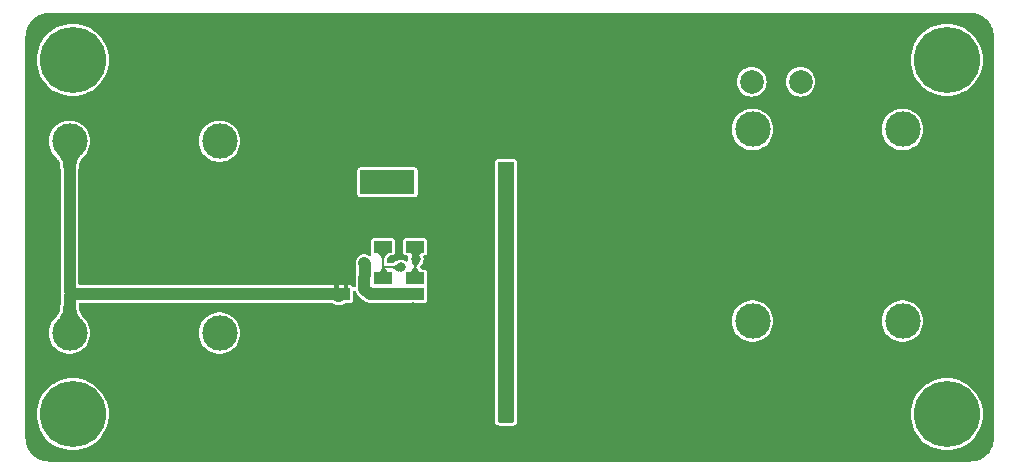
<source format=gbl>
G04 #@! TF.GenerationSoftware,KiCad,Pcbnew,7.0.2*
G04 #@! TF.CreationDate,2023-11-21T13:08:24+01:00*
G04 #@! TF.ProjectId,ZDG_ELEKTRONIKA_D-class_AMP,5a44475f-454c-4454-9b54-524f4e494b41,rev?*
G04 #@! TF.SameCoordinates,Original*
G04 #@! TF.FileFunction,Copper,L2,Bot*
G04 #@! TF.FilePolarity,Positive*
%FSLAX46Y46*%
G04 Gerber Fmt 4.6, Leading zero omitted, Abs format (unit mm)*
G04 Created by KiCad (PCBNEW 7.0.2) date 2023-11-21 13:08:24*
%MOMM*%
%LPD*%
G01*
G04 APERTURE LIST*
G04 #@! TA.AperFunction,ComponentPad*
%ADD10C,5.600000*%
G04 #@! TD*
G04 #@! TA.AperFunction,ComponentPad*
%ADD11R,4.600000X2.000000*%
G04 #@! TD*
G04 #@! TA.AperFunction,ComponentPad*
%ADD12O,4.200000X2.000000*%
G04 #@! TD*
G04 #@! TA.AperFunction,ComponentPad*
%ADD13O,2.000000X4.200000*%
G04 #@! TD*
G04 #@! TA.AperFunction,ComponentPad*
%ADD14C,3.000000*%
G04 #@! TD*
G04 #@! TA.AperFunction,ComponentPad*
%ADD15C,2.000000*%
G04 #@! TD*
G04 #@! TA.AperFunction,SMDPad,CuDef*
%ADD16R,1.500000X1.000000*%
G04 #@! TD*
G04 #@! TA.AperFunction,ViaPad*
%ADD17C,0.800000*%
G04 #@! TD*
G04 #@! TA.AperFunction,Conductor*
%ADD18C,1.000000*%
G04 #@! TD*
G04 #@! TA.AperFunction,Conductor*
%ADD19C,0.200000*%
G04 #@! TD*
G04 APERTURE END LIST*
G04 #@! TA.AperFunction,EtchedComponent*
G36*
X26550000Y-23400000D02*
G01*
X26150000Y-23400000D01*
X26150000Y-22900000D01*
X26550000Y-22900000D01*
X26550000Y-23400000D01*
G37*
G04 #@! TD.AperFunction*
G04 #@! TA.AperFunction,EtchedComponent*
G36*
X27350000Y-23400000D02*
G01*
X26950000Y-23400000D01*
X26950000Y-22900000D01*
X27350000Y-22900000D01*
X27350000Y-23400000D01*
G37*
G04 #@! TD.AperFunction*
D10*
X78000000Y-34000000D03*
D11*
X30650000Y-14350000D03*
D12*
X30650000Y-8050000D03*
D13*
X25850000Y-11450000D03*
D14*
X74265000Y-9885000D03*
X74265000Y-26115000D03*
X61565000Y-9885000D03*
X61565000Y-26115000D03*
D15*
X61500000Y-5850000D03*
D10*
X78000000Y-4000000D03*
X4000000Y-4000000D03*
D14*
X3735000Y-27115000D03*
X3735000Y-10885000D03*
X16435000Y-27115000D03*
X16435000Y-10885000D03*
D15*
X65625000Y-5850000D03*
D10*
X4000000Y-34000000D03*
D16*
X33000000Y-22500000D03*
X33000000Y-23800000D03*
X33000000Y-18500000D03*
X33000000Y-19800000D03*
X30250000Y-22500000D03*
X30250000Y-23800000D03*
X26750000Y-23800000D03*
X26750000Y-22500000D03*
X30250000Y-18500000D03*
X30250000Y-19800000D03*
D17*
X40750000Y-33750000D03*
X40750000Y-32500000D03*
X40750000Y-30000000D03*
X40750000Y-14750000D03*
X40750000Y-16000000D03*
X40750000Y-13500000D03*
X40750000Y-28750000D03*
X40750000Y-17250000D03*
X40750000Y-18500000D03*
X40750000Y-31250000D03*
X32800000Y-24900000D03*
X28750000Y-21250000D03*
X26500000Y-24000000D03*
X33050000Y-20850000D03*
X31800000Y-21550000D03*
D18*
X29150000Y-23800000D02*
X28700000Y-23350000D01*
X28700000Y-23350000D02*
X28750000Y-21250000D01*
X33000000Y-23800000D02*
X30250000Y-23800000D01*
X28750000Y-21250000D02*
X28700000Y-21200000D01*
X30250000Y-23800000D02*
X29150000Y-23800000D01*
X3950000Y-23800000D02*
X3735000Y-23585000D01*
X26300000Y-23800000D02*
X3950000Y-23800000D01*
X3735000Y-24015000D02*
X3950000Y-23800000D01*
X26550000Y-24000000D02*
X26500000Y-24000000D01*
X26750000Y-23800000D02*
X26550000Y-24000000D01*
X26500000Y-24000000D02*
X26300000Y-23800000D01*
X3735000Y-27115000D02*
X3735000Y-24015000D01*
X3735000Y-23585000D02*
X3735000Y-10885000D01*
D19*
X33000000Y-22500000D02*
X33000000Y-20900000D01*
X33050000Y-20850000D02*
X33050000Y-19850000D01*
X33050000Y-19850000D02*
X33000000Y-19800000D01*
X33000000Y-20900000D02*
X33050000Y-20850000D01*
X31800000Y-21550000D02*
X30350000Y-21550000D01*
X30350000Y-21550000D02*
X30250000Y-21450000D01*
X30250000Y-21450000D02*
X30250000Y-19800000D01*
X30350000Y-21550000D02*
X30250000Y-21650000D01*
X30250000Y-21650000D02*
X30250000Y-22500000D01*
G04 #@! TA.AperFunction,Conductor*
G36*
X80004043Y-765D02*
G01*
X80083817Y-5993D01*
X80261572Y-18707D01*
X80276905Y-20772D01*
X80389432Y-43155D01*
X80530263Y-73791D01*
X80543693Y-77519D01*
X80657788Y-116249D01*
X80661105Y-117431D01*
X80701667Y-132560D01*
X80788802Y-165061D01*
X80800300Y-170024D01*
X80910687Y-224461D01*
X80915186Y-226798D01*
X81029023Y-288957D01*
X81032478Y-290844D01*
X81041942Y-296574D01*
X81145269Y-365615D01*
X81150685Y-369448D01*
X81256727Y-448830D01*
X81264145Y-454844D01*
X81357976Y-537131D01*
X81363898Y-542678D01*
X81457320Y-636100D01*
X81462867Y-642022D01*
X81545150Y-735848D01*
X81551174Y-743278D01*
X81588298Y-792870D01*
X81630548Y-849310D01*
X81634383Y-854729D01*
X81703424Y-958056D01*
X81709154Y-967520D01*
X81773183Y-1084779D01*
X81775564Y-1089363D01*
X81829969Y-1199687D01*
X81834937Y-1211196D01*
X81882559Y-1338873D01*
X81883776Y-1342289D01*
X81917553Y-1441792D01*
X81922469Y-1456273D01*
X81926215Y-1469772D01*
X81956847Y-1610580D01*
X81979228Y-1723099D01*
X81981290Y-1738421D01*
X81994013Y-1916296D01*
X81996278Y-1950845D01*
X81999235Y-1995956D01*
X81999500Y-2004051D01*
X81999500Y-35995946D01*
X81999234Y-36004057D01*
X81994013Y-36083702D01*
X81981291Y-36261568D01*
X81979225Y-36276909D01*
X81956847Y-36389419D01*
X81926215Y-36530234D01*
X81922472Y-36543717D01*
X81883798Y-36657649D01*
X81882559Y-36661125D01*
X81834937Y-36788802D01*
X81829969Y-36800311D01*
X81775564Y-36910635D01*
X81773183Y-36915219D01*
X81709154Y-37032478D01*
X81703424Y-37041942D01*
X81634383Y-37145269D01*
X81630548Y-37150688D01*
X81551181Y-37256711D01*
X81545142Y-37264160D01*
X81462867Y-37357976D01*
X81457320Y-37363898D01*
X81363898Y-37457320D01*
X81357976Y-37462867D01*
X81264160Y-37545142D01*
X81256711Y-37551181D01*
X81150688Y-37630548D01*
X81145269Y-37634383D01*
X81041942Y-37703424D01*
X81032478Y-37709154D01*
X80915219Y-37773183D01*
X80910635Y-37775564D01*
X80800311Y-37829969D01*
X80788802Y-37834937D01*
X80661125Y-37882559D01*
X80657668Y-37883790D01*
X80624725Y-37894973D01*
X80543725Y-37922469D01*
X80530226Y-37926215D01*
X80389419Y-37956847D01*
X80276899Y-37979228D01*
X80261577Y-37981290D01*
X80083703Y-37994013D01*
X80046123Y-37996476D01*
X80004029Y-37999235D01*
X79995948Y-37999500D01*
X2004053Y-37999500D01*
X1995942Y-37999234D01*
X1916297Y-37994013D01*
X1738431Y-37981291D01*
X1723089Y-37979225D01*
X1610580Y-37956847D01*
X1559321Y-37945696D01*
X1469755Y-37926212D01*
X1456281Y-37922472D01*
X1342289Y-37883776D01*
X1338873Y-37882559D01*
X1211196Y-37834937D01*
X1199687Y-37829969D01*
X1134947Y-37798043D01*
X1089348Y-37775556D01*
X1084779Y-37773183D01*
X967520Y-37709154D01*
X958056Y-37703424D01*
X854729Y-37634383D01*
X849310Y-37630548D01*
X792870Y-37588298D01*
X743278Y-37551174D01*
X735848Y-37545150D01*
X642022Y-37462867D01*
X636100Y-37457320D01*
X542678Y-37363898D01*
X537131Y-37357976D01*
X505450Y-37321851D01*
X454844Y-37264145D01*
X448830Y-37256727D01*
X369450Y-37150688D01*
X365615Y-37145269D01*
X296574Y-37041942D01*
X290844Y-37032478D01*
X288957Y-37029023D01*
X226798Y-36915186D01*
X224461Y-36910687D01*
X170024Y-36800300D01*
X165061Y-36788802D01*
X117439Y-36661125D01*
X116249Y-36657786D01*
X77523Y-36543706D01*
X73783Y-36530225D01*
X43152Y-36389420D01*
X20767Y-36276880D01*
X18708Y-36261576D01*
X5993Y-36083817D01*
X765Y-36004041D01*
X500Y-35995935D01*
X500Y-34000000D01*
X944693Y-34000000D01*
X963904Y-34342086D01*
X964483Y-34345496D01*
X964485Y-34345510D01*
X1020712Y-34676436D01*
X1020714Y-34676445D01*
X1021296Y-34679870D01*
X1022257Y-34683207D01*
X1022259Y-34683214D01*
X1115183Y-35005760D01*
X1115186Y-35005769D01*
X1116147Y-35009104D01*
X1117476Y-35012312D01*
X1117479Y-35012321D01*
X1245932Y-35322433D01*
X1247264Y-35325648D01*
X1248946Y-35328691D01*
X1411319Y-35622484D01*
X1411323Y-35622490D01*
X1412998Y-35625521D01*
X1611265Y-35904953D01*
X1613579Y-35907543D01*
X1613582Y-35907546D01*
X1696204Y-36000000D01*
X1839572Y-36160428D01*
X2095047Y-36388735D01*
X2374479Y-36587002D01*
X2674352Y-36752736D01*
X2990896Y-36883853D01*
X3320130Y-36978704D01*
X3657914Y-37036096D01*
X4000000Y-37055307D01*
X4342086Y-37036096D01*
X4679870Y-36978704D01*
X5009104Y-36883853D01*
X5325648Y-36752736D01*
X5625521Y-36587002D01*
X5904953Y-36388735D01*
X6160428Y-36160428D01*
X6388735Y-35904953D01*
X6587002Y-35625521D01*
X6752736Y-35325648D01*
X6883853Y-35009104D01*
X6978704Y-34679870D01*
X6996352Y-34576000D01*
X39744500Y-34576000D01*
X39750339Y-34630313D01*
X39751044Y-34633556D01*
X39751045Y-34633559D01*
X39761195Y-34680218D01*
X39761200Y-34680239D01*
X39761545Y-34681824D01*
X39761975Y-34683394D01*
X39761977Y-34683399D01*
X39768782Y-34708200D01*
X39818109Y-34794825D01*
X39818112Y-34794828D01*
X39863867Y-34847632D01*
X39896641Y-34879257D01*
X39984976Y-34925465D01*
X40052015Y-34945150D01*
X40124000Y-34955500D01*
X41222690Y-34955500D01*
X41226000Y-34955500D01*
X41280313Y-34949661D01*
X41331824Y-34938455D01*
X41358198Y-34931219D01*
X41422907Y-34894370D01*
X41444825Y-34881890D01*
X41444825Y-34881889D01*
X41444828Y-34881888D01*
X41497632Y-34836133D01*
X41529257Y-34803359D01*
X41575465Y-34715024D01*
X41595150Y-34647985D01*
X41605500Y-34576000D01*
X41605500Y-34000000D01*
X74944693Y-34000000D01*
X74963904Y-34342086D01*
X74964483Y-34345496D01*
X74964485Y-34345510D01*
X75020712Y-34676436D01*
X75020714Y-34676445D01*
X75021296Y-34679870D01*
X75022257Y-34683207D01*
X75022259Y-34683214D01*
X75115183Y-35005760D01*
X75115186Y-35005769D01*
X75116147Y-35009104D01*
X75117476Y-35012312D01*
X75117479Y-35012321D01*
X75245932Y-35322433D01*
X75247264Y-35325648D01*
X75248946Y-35328691D01*
X75411319Y-35622484D01*
X75411323Y-35622490D01*
X75412998Y-35625521D01*
X75611265Y-35904953D01*
X75613579Y-35907543D01*
X75613582Y-35907546D01*
X75696204Y-36000000D01*
X75839572Y-36160428D01*
X76095047Y-36388735D01*
X76374479Y-36587002D01*
X76674352Y-36752736D01*
X76990896Y-36883853D01*
X77320130Y-36978704D01*
X77657914Y-37036096D01*
X78000000Y-37055307D01*
X78342086Y-37036096D01*
X78679870Y-36978704D01*
X79009104Y-36883853D01*
X79325648Y-36752736D01*
X79625521Y-36587002D01*
X79904953Y-36388735D01*
X80160428Y-36160428D01*
X80388735Y-35904953D01*
X80587002Y-35625521D01*
X80752736Y-35325648D01*
X80883853Y-35009104D01*
X80978704Y-34679870D01*
X81036096Y-34342086D01*
X81055307Y-34000000D01*
X81036096Y-33657914D01*
X80978704Y-33320130D01*
X80883853Y-32990896D01*
X80752736Y-32674352D01*
X80587002Y-32374479D01*
X80388735Y-32095047D01*
X80160428Y-31839572D01*
X79904953Y-31611265D01*
X79625521Y-31412998D01*
X79622490Y-31411323D01*
X79622484Y-31411319D01*
X79328691Y-31248946D01*
X79325648Y-31247264D01*
X79322437Y-31245934D01*
X79322433Y-31245932D01*
X79012321Y-31117479D01*
X79012312Y-31117476D01*
X79009104Y-31116147D01*
X79005769Y-31115186D01*
X79005760Y-31115183D01*
X78683214Y-31022259D01*
X78683207Y-31022257D01*
X78679870Y-31021296D01*
X78676445Y-31020714D01*
X78676436Y-31020712D01*
X78345510Y-30964485D01*
X78345496Y-30964483D01*
X78342086Y-30963904D01*
X78338622Y-30963709D01*
X78338618Y-30963709D01*
X78003472Y-30944888D01*
X78000000Y-30944693D01*
X77996528Y-30944888D01*
X77661381Y-30963709D01*
X77661375Y-30963709D01*
X77657914Y-30963904D01*
X77654505Y-30964483D01*
X77654489Y-30964485D01*
X77323563Y-31020712D01*
X77323550Y-31020714D01*
X77320130Y-31021296D01*
X77316796Y-31022256D01*
X77316785Y-31022259D01*
X76994239Y-31115183D01*
X76994224Y-31115188D01*
X76990896Y-31116147D01*
X76987692Y-31117473D01*
X76987678Y-31117479D01*
X76677566Y-31245932D01*
X76677555Y-31245937D01*
X76674352Y-31247264D01*
X76671313Y-31248943D01*
X76671308Y-31248946D01*
X76377515Y-31411319D01*
X76377500Y-31411327D01*
X76374479Y-31412998D01*
X76371653Y-31415002D01*
X76371650Y-31415005D01*
X76097884Y-31609251D01*
X76097872Y-31609260D01*
X76095047Y-31611265D01*
X76092464Y-31613572D01*
X76092453Y-31613582D01*
X75842157Y-31837261D01*
X75842148Y-31837269D01*
X75839572Y-31839572D01*
X75837269Y-31842148D01*
X75837261Y-31842157D01*
X75613582Y-32092453D01*
X75613572Y-32092464D01*
X75611265Y-32095047D01*
X75609260Y-32097872D01*
X75609251Y-32097884D01*
X75415005Y-32371650D01*
X75412998Y-32374479D01*
X75411327Y-32377500D01*
X75411319Y-32377515D01*
X75248946Y-32671308D01*
X75247264Y-32674352D01*
X75245937Y-32677555D01*
X75245932Y-32677566D01*
X75117479Y-32987678D01*
X75117473Y-32987692D01*
X75116147Y-32990896D01*
X75115188Y-32994224D01*
X75115183Y-32994239D01*
X75022259Y-33316785D01*
X75022256Y-33316796D01*
X75021296Y-33320130D01*
X75020714Y-33323550D01*
X75020712Y-33323563D01*
X74964485Y-33654489D01*
X74964483Y-33654505D01*
X74963904Y-33657914D01*
X74944693Y-34000000D01*
X41605500Y-34000000D01*
X41605500Y-26114999D01*
X59809591Y-26114999D01*
X59829197Y-26376627D01*
X59887580Y-26632418D01*
X59974298Y-26853370D01*
X59983432Y-26876643D01*
X60114614Y-27103857D01*
X60278195Y-27308981D01*
X60278197Y-27308983D01*
X60278198Y-27308984D01*
X60470514Y-27487428D01*
X60470520Y-27487432D01*
X60470521Y-27487433D01*
X60687296Y-27635228D01*
X60923677Y-27749063D01*
X61174385Y-27826396D01*
X61433818Y-27865500D01*
X61696182Y-27865500D01*
X61955615Y-27826396D01*
X62206323Y-27749063D01*
X62442704Y-27635228D01*
X62659479Y-27487433D01*
X62659482Y-27487429D01*
X62659485Y-27487428D01*
X62744792Y-27408273D01*
X62851805Y-27308981D01*
X63015386Y-27103857D01*
X63146568Y-26876643D01*
X63242420Y-26632416D01*
X63300802Y-26376630D01*
X63320408Y-26115000D01*
X63320408Y-26114999D01*
X72509591Y-26114999D01*
X72529197Y-26376627D01*
X72587580Y-26632418D01*
X72674298Y-26853370D01*
X72683432Y-26876643D01*
X72814614Y-27103857D01*
X72978195Y-27308981D01*
X72978197Y-27308983D01*
X72978198Y-27308984D01*
X73170514Y-27487428D01*
X73170520Y-27487432D01*
X73170521Y-27487433D01*
X73387296Y-27635228D01*
X73623677Y-27749063D01*
X73874385Y-27826396D01*
X74133818Y-27865500D01*
X74396182Y-27865500D01*
X74655615Y-27826396D01*
X74906323Y-27749063D01*
X75142704Y-27635228D01*
X75359479Y-27487433D01*
X75359482Y-27487429D01*
X75359485Y-27487428D01*
X75444792Y-27408273D01*
X75551805Y-27308981D01*
X75715386Y-27103857D01*
X75846568Y-26876643D01*
X75942420Y-26632416D01*
X76000802Y-26376630D01*
X76020408Y-26115000D01*
X76000802Y-25853370D01*
X75942420Y-25597584D01*
X75941316Y-25594772D01*
X75846568Y-25353358D01*
X75846568Y-25353357D01*
X75715386Y-25126143D01*
X75551805Y-24921019D01*
X75551801Y-24921015D01*
X75359485Y-24742571D01*
X75274771Y-24684814D01*
X75142704Y-24594772D01*
X74906323Y-24480937D01*
X74655615Y-24403604D01*
X74396182Y-24364500D01*
X74133818Y-24364500D01*
X73874385Y-24403604D01*
X73623677Y-24480937D01*
X73411544Y-24583095D01*
X73387296Y-24594772D01*
X73332571Y-24632083D01*
X73170514Y-24742571D01*
X72978198Y-24921015D01*
X72814613Y-25126143D01*
X72683431Y-25353358D01*
X72587580Y-25597581D01*
X72529197Y-25853372D01*
X72509591Y-26114999D01*
X63320408Y-26114999D01*
X63300802Y-25853370D01*
X63242420Y-25597584D01*
X63241316Y-25594772D01*
X63146568Y-25353358D01*
X63146568Y-25353357D01*
X63015386Y-25126143D01*
X62851805Y-24921019D01*
X62851801Y-24921015D01*
X62659485Y-24742571D01*
X62574771Y-24684814D01*
X62442704Y-24594772D01*
X62206323Y-24480937D01*
X61955615Y-24403604D01*
X61696182Y-24364500D01*
X61433818Y-24364500D01*
X61174385Y-24403604D01*
X60923677Y-24480937D01*
X60711544Y-24583095D01*
X60687296Y-24594772D01*
X60632571Y-24632083D01*
X60470514Y-24742571D01*
X60278198Y-24921015D01*
X60114613Y-25126143D01*
X59983431Y-25353358D01*
X59887580Y-25597581D01*
X59829197Y-25853372D01*
X59809591Y-26114999D01*
X41605500Y-26114999D01*
X41605500Y-12724000D01*
X41599661Y-12669687D01*
X41588455Y-12618176D01*
X41581219Y-12591802D01*
X41568736Y-12569881D01*
X41531890Y-12505174D01*
X41487945Y-12454459D01*
X41487943Y-12454457D01*
X41486133Y-12452368D01*
X41453359Y-12420743D01*
X41365024Y-12374535D01*
X41345432Y-12368782D01*
X41297984Y-12354849D01*
X41226000Y-12344500D01*
X40124000Y-12344500D01*
X40120720Y-12344852D01*
X40120712Y-12344853D01*
X40072987Y-12349984D01*
X40072982Y-12349984D01*
X40069687Y-12350339D01*
X40066446Y-12351043D01*
X40066440Y-12351045D01*
X40019781Y-12361195D01*
X40019751Y-12361202D01*
X40018176Y-12361545D01*
X40016613Y-12361973D01*
X40016600Y-12361977D01*
X39999496Y-12366669D01*
X39991802Y-12368781D01*
X39991801Y-12368781D01*
X39991799Y-12368782D01*
X39905174Y-12418109D01*
X39854459Y-12462054D01*
X39854445Y-12462067D01*
X39852368Y-12463867D01*
X39833102Y-12483833D01*
X39820742Y-12496642D01*
X39774535Y-12584975D01*
X39754849Y-12652015D01*
X39745862Y-12714524D01*
X39744500Y-12724000D01*
X39744500Y-34576000D01*
X6996352Y-34576000D01*
X7036096Y-34342086D01*
X7055307Y-34000000D01*
X7036096Y-33657914D01*
X6978704Y-33320130D01*
X6883853Y-32990896D01*
X6752736Y-32674352D01*
X6587002Y-32374479D01*
X6388735Y-32095047D01*
X6160428Y-31839572D01*
X5904953Y-31611265D01*
X5625521Y-31412998D01*
X5622490Y-31411323D01*
X5622484Y-31411319D01*
X5328691Y-31248946D01*
X5325648Y-31247264D01*
X5322437Y-31245934D01*
X5322433Y-31245932D01*
X5012321Y-31117479D01*
X5012312Y-31117476D01*
X5009104Y-31116147D01*
X5005769Y-31115186D01*
X5005760Y-31115183D01*
X4683214Y-31022259D01*
X4683207Y-31022257D01*
X4679870Y-31021296D01*
X4676445Y-31020714D01*
X4676436Y-31020712D01*
X4345510Y-30964485D01*
X4345496Y-30964483D01*
X4342086Y-30963904D01*
X4338622Y-30963709D01*
X4338618Y-30963709D01*
X4003472Y-30944888D01*
X4000000Y-30944693D01*
X3996528Y-30944888D01*
X3661381Y-30963709D01*
X3661375Y-30963709D01*
X3657914Y-30963904D01*
X3654505Y-30964483D01*
X3654489Y-30964485D01*
X3323563Y-31020712D01*
X3323550Y-31020714D01*
X3320130Y-31021296D01*
X3316796Y-31022256D01*
X3316785Y-31022259D01*
X2994239Y-31115183D01*
X2994224Y-31115188D01*
X2990896Y-31116147D01*
X2987692Y-31117473D01*
X2987678Y-31117479D01*
X2677566Y-31245932D01*
X2677555Y-31245937D01*
X2674352Y-31247264D01*
X2671313Y-31248943D01*
X2671308Y-31248946D01*
X2377515Y-31411319D01*
X2377500Y-31411327D01*
X2374479Y-31412998D01*
X2371653Y-31415002D01*
X2371650Y-31415005D01*
X2097884Y-31609251D01*
X2097872Y-31609260D01*
X2095047Y-31611265D01*
X2092464Y-31613572D01*
X2092453Y-31613582D01*
X1842157Y-31837261D01*
X1842148Y-31837269D01*
X1839572Y-31839572D01*
X1837269Y-31842148D01*
X1837261Y-31842157D01*
X1613582Y-32092453D01*
X1613572Y-32092464D01*
X1611265Y-32095047D01*
X1609260Y-32097872D01*
X1609251Y-32097884D01*
X1415005Y-32371650D01*
X1412998Y-32374479D01*
X1411327Y-32377500D01*
X1411319Y-32377515D01*
X1248946Y-32671308D01*
X1247264Y-32674352D01*
X1245937Y-32677555D01*
X1245932Y-32677566D01*
X1117479Y-32987678D01*
X1117473Y-32987692D01*
X1116147Y-32990896D01*
X1115188Y-32994224D01*
X1115183Y-32994239D01*
X1022259Y-33316785D01*
X1022256Y-33316796D01*
X1021296Y-33320130D01*
X1020714Y-33323550D01*
X1020712Y-33323563D01*
X964485Y-33654489D01*
X964483Y-33654505D01*
X963904Y-33657914D01*
X944693Y-34000000D01*
X500Y-34000000D01*
X500Y-27114999D01*
X1979591Y-27114999D01*
X1999197Y-27376627D01*
X2057580Y-27632418D01*
X2153431Y-27876641D01*
X2153432Y-27876643D01*
X2284614Y-28103857D01*
X2448195Y-28308981D01*
X2448197Y-28308983D01*
X2448198Y-28308984D01*
X2640514Y-28487428D01*
X2640520Y-28487432D01*
X2640521Y-28487433D01*
X2857296Y-28635228D01*
X3093677Y-28749063D01*
X3344385Y-28826396D01*
X3603818Y-28865500D01*
X3866182Y-28865500D01*
X4125615Y-28826396D01*
X4376323Y-28749063D01*
X4612704Y-28635228D01*
X4829479Y-28487433D01*
X4829482Y-28487429D01*
X4829485Y-28487428D01*
X4914792Y-28408273D01*
X5021805Y-28308981D01*
X5185386Y-28103857D01*
X5316568Y-27876643D01*
X5412420Y-27632416D01*
X5470802Y-27376630D01*
X5490408Y-27115000D01*
X14679591Y-27115000D01*
X14699197Y-27376627D01*
X14757580Y-27632418D01*
X14853431Y-27876641D01*
X14853432Y-27876643D01*
X14984614Y-28103857D01*
X15148195Y-28308981D01*
X15148197Y-28308983D01*
X15148198Y-28308984D01*
X15340514Y-28487428D01*
X15340520Y-28487432D01*
X15340521Y-28487433D01*
X15557296Y-28635228D01*
X15793677Y-28749063D01*
X16044385Y-28826396D01*
X16303818Y-28865500D01*
X16566182Y-28865500D01*
X16825615Y-28826396D01*
X17076323Y-28749063D01*
X17312704Y-28635228D01*
X17529479Y-28487433D01*
X17529482Y-28487429D01*
X17529485Y-28487428D01*
X17614792Y-28408273D01*
X17721805Y-28308981D01*
X17885386Y-28103857D01*
X18016568Y-27876643D01*
X18112420Y-27632416D01*
X18170802Y-27376630D01*
X18190408Y-27115000D01*
X18170802Y-26853370D01*
X18112420Y-26597584D01*
X18016568Y-26353357D01*
X17885386Y-26126143D01*
X17721805Y-25921019D01*
X17721801Y-25921015D01*
X17529485Y-25742571D01*
X17507572Y-25727631D01*
X17312704Y-25594772D01*
X17076323Y-25480937D01*
X16825615Y-25403604D01*
X16566182Y-25364500D01*
X16303818Y-25364500D01*
X16044385Y-25403604D01*
X15793677Y-25480937D01*
X15557296Y-25594772D01*
X15553176Y-25597581D01*
X15340514Y-25742571D01*
X15148198Y-25921015D01*
X14984613Y-26126143D01*
X14853431Y-26353358D01*
X14757580Y-26597581D01*
X14699197Y-26853372D01*
X14679591Y-27115000D01*
X5490408Y-27115000D01*
X5470802Y-26853370D01*
X5412420Y-26597584D01*
X5316568Y-26353357D01*
X5185386Y-26126143D01*
X5021805Y-25921019D01*
X4948897Y-25853370D01*
X4822670Y-25736248D01*
X4822928Y-25735969D01*
X4813276Y-25727631D01*
X4789787Y-25702125D01*
X4776144Y-25684314D01*
X4676094Y-25525791D01*
X4665790Y-25505571D01*
X4581872Y-25295271D01*
X4575767Y-25275172D01*
X4516572Y-24997550D01*
X4514094Y-24979534D01*
X4499895Y-24755288D01*
X4495276Y-24682336D01*
X4510685Y-24614187D01*
X4560492Y-24565186D01*
X4619028Y-24550500D01*
X25943097Y-24550500D01*
X26010136Y-24570185D01*
X26019995Y-24577225D01*
X26024577Y-24580847D01*
X26027335Y-24583095D01*
X26085752Y-24632113D01*
X26102179Y-24642578D01*
X26171320Y-24674819D01*
X26174567Y-24676391D01*
X26242699Y-24710609D01*
X26261087Y-24717000D01*
X26262323Y-24717255D01*
X26262327Y-24717257D01*
X26335856Y-24732438D01*
X26339290Y-24733200D01*
X26385416Y-24744133D01*
X26413506Y-24750791D01*
X26432877Y-24752770D01*
X26434141Y-24752733D01*
X26434145Y-24752734D01*
X26487075Y-24751193D01*
X26508639Y-24752449D01*
X26528023Y-24755289D01*
X26574843Y-24751193D01*
X26577370Y-24750972D01*
X26588176Y-24750500D01*
X26590100Y-24750500D01*
X26593709Y-24750500D01*
X26624550Y-24746894D01*
X26628031Y-24746539D01*
X26702797Y-24739999D01*
X26702797Y-24739998D01*
X26704052Y-24739889D01*
X26723062Y-24735674D01*
X26724250Y-24735241D01*
X26724255Y-24735241D01*
X26794820Y-24709557D01*
X26798095Y-24708419D01*
X26869334Y-24684814D01*
X26869336Y-24684812D01*
X26870536Y-24684415D01*
X26888063Y-24675929D01*
X26889112Y-24675238D01*
X26889117Y-24675237D01*
X26951806Y-24634005D01*
X26954798Y-24632099D01*
X27018656Y-24592712D01*
X27018658Y-24592709D01*
X27019731Y-24592048D01*
X27037066Y-24577928D01*
X27047768Y-24570891D01*
X27114598Y-24550507D01*
X27115895Y-24550500D01*
X27524675Y-24550500D01*
X27549029Y-24545655D01*
X27597740Y-24535966D01*
X27680601Y-24480601D01*
X27735966Y-24397740D01*
X27750500Y-24324674D01*
X27750500Y-23638984D01*
X27770185Y-23571946D01*
X27822989Y-23526191D01*
X27892147Y-23516247D01*
X27955703Y-23545272D01*
X27992203Y-23599977D01*
X28015186Y-23669334D01*
X28015820Y-23671246D01*
X28062289Y-23745701D01*
X28108341Y-23820364D01*
X28170664Y-23882032D01*
X28574267Y-24285634D01*
X28586049Y-24299267D01*
X28600390Y-24318530D01*
X28638343Y-24350377D01*
X28646309Y-24357677D01*
X28647674Y-24359042D01*
X28647680Y-24359047D01*
X28650223Y-24361590D01*
X28653042Y-24363819D01*
X28653050Y-24363826D01*
X28674542Y-24380819D01*
X28677298Y-24383063D01*
X28734786Y-24431302D01*
X28734788Y-24431303D01*
X28735757Y-24432116D01*
X28752179Y-24442578D01*
X28821320Y-24474819D01*
X28824567Y-24476391D01*
X28892700Y-24510609D01*
X28911088Y-24517000D01*
X28912322Y-24517254D01*
X28912327Y-24517257D01*
X28985829Y-24532432D01*
X28989307Y-24533204D01*
X29036866Y-24544476D01*
X29063502Y-24550790D01*
X29082876Y-24552769D01*
X29084140Y-24552732D01*
X29084144Y-24552733D01*
X29159110Y-24550552D01*
X29162716Y-24550500D01*
X33774675Y-24550500D01*
X33799029Y-24545655D01*
X33847740Y-24535966D01*
X33930601Y-24480601D01*
X33985966Y-24397740D01*
X34000500Y-24324674D01*
X34000500Y-23275326D01*
X33994097Y-23243139D01*
X33981154Y-23178069D01*
X33984110Y-23177480D01*
X33976200Y-23152224D01*
X33984334Y-23122563D01*
X33981154Y-23121931D01*
X34000500Y-23024674D01*
X34000500Y-21975325D01*
X33985966Y-21902261D01*
X33985966Y-21902260D01*
X33930601Y-21819399D01*
X33847740Y-21764034D01*
X33847739Y-21764033D01*
X33847738Y-21764033D01*
X33774675Y-21749500D01*
X33774674Y-21749500D01*
X33644218Y-21749500D01*
X33577179Y-21729815D01*
X33556111Y-21712753D01*
X33535680Y-21692120D01*
X33526969Y-21682339D01*
X33469432Y-21610419D01*
X33463305Y-21602067D01*
X33442798Y-21571510D01*
X33421788Y-21504875D01*
X33440139Y-21437459D01*
X33449542Y-21424213D01*
X33531385Y-21323706D01*
X33545689Y-21304343D01*
X33546910Y-21302516D01*
X33559279Y-21281985D01*
X33617424Y-21174346D01*
X33624451Y-21162879D01*
X33630220Y-21154523D01*
X33632278Y-21149094D01*
X33638395Y-21135504D01*
X33638580Y-21135141D01*
X33638966Y-21134407D01*
X33644023Y-21124429D01*
X33644691Y-21123049D01*
X33644528Y-21123370D01*
X33645171Y-21121953D01*
X33649724Y-21111747D01*
X33651427Y-21103288D01*
X33657044Y-21083790D01*
X33686237Y-21006818D01*
X33705278Y-20850000D01*
X33686237Y-20693182D01*
X33686235Y-20693179D01*
X33685264Y-20685175D01*
X33696724Y-20616252D01*
X33743628Y-20564465D01*
X33784167Y-20548611D01*
X33847740Y-20535966D01*
X33930601Y-20480601D01*
X33985966Y-20397740D01*
X34000500Y-20324674D01*
X34000500Y-19275326D01*
X33985966Y-19202260D01*
X33930601Y-19119399D01*
X33847740Y-19064034D01*
X33847739Y-19064033D01*
X33847738Y-19064033D01*
X33774675Y-19049500D01*
X33774674Y-19049500D01*
X32225326Y-19049500D01*
X32225325Y-19049500D01*
X32152261Y-19064033D01*
X32069399Y-19119399D01*
X32014033Y-19202261D01*
X31999500Y-19275325D01*
X31999500Y-20324674D01*
X32014033Y-20397738D01*
X32014033Y-20397739D01*
X32014034Y-20397740D01*
X32069399Y-20480601D01*
X32152260Y-20535966D01*
X32188793Y-20543233D01*
X32225325Y-20550500D01*
X32225326Y-20550500D01*
X32291121Y-20550500D01*
X32358160Y-20570185D01*
X32403915Y-20622989D01*
X32414217Y-20689447D01*
X32413763Y-20693180D01*
X32413763Y-20693182D01*
X32413218Y-20697674D01*
X32394721Y-20850000D01*
X32403995Y-20926371D01*
X32392535Y-20995295D01*
X32345631Y-21047081D01*
X32278175Y-21065288D01*
X32211584Y-21044136D01*
X32198678Y-21034139D01*
X32172240Y-21010717D01*
X32051346Y-20947266D01*
X32032364Y-20937303D01*
X31878985Y-20899500D01*
X31721015Y-20899500D01*
X31644325Y-20918401D01*
X31567634Y-20937304D01*
X31548652Y-20947266D01*
X31524127Y-20956968D01*
X31520813Y-20957885D01*
X31446510Y-20995295D01*
X31374724Y-21031437D01*
X31374674Y-21031463D01*
X31372991Y-21032361D01*
X31360585Y-21039123D01*
X31358883Y-21040100D01*
X31359334Y-21039855D01*
X31357667Y-21040885D01*
X31345536Y-21048532D01*
X31343886Y-21049625D01*
X31241146Y-21118914D01*
X31238711Y-21120515D01*
X31184428Y-21155287D01*
X31159242Y-21167650D01*
X31130548Y-21177896D01*
X31099816Y-21184632D01*
X31001947Y-21193321D01*
X30988070Y-21194554D01*
X30985504Y-21195244D01*
X30953296Y-21199500D01*
X30724500Y-21199500D01*
X30657461Y-21179815D01*
X30611706Y-21127011D01*
X30600500Y-21075500D01*
X30600500Y-20910426D01*
X30617141Y-20848378D01*
X30621182Y-20841386D01*
X30644853Y-20800429D01*
X30649219Y-20793424D01*
X30713315Y-20697915D01*
X30719421Y-20689593D01*
X30776970Y-20617655D01*
X30785673Y-20607884D01*
X30806108Y-20587247D01*
X30867265Y-20553464D01*
X30894216Y-20550500D01*
X31024675Y-20550500D01*
X31057522Y-20543966D01*
X31097740Y-20535966D01*
X31180601Y-20480601D01*
X31235966Y-20397740D01*
X31250500Y-20324674D01*
X31250500Y-19275326D01*
X31235966Y-19202260D01*
X31180601Y-19119399D01*
X31097740Y-19064034D01*
X31097739Y-19064033D01*
X31097738Y-19064033D01*
X31024675Y-19049500D01*
X31024674Y-19049500D01*
X29475326Y-19049500D01*
X29475325Y-19049500D01*
X29402261Y-19064033D01*
X29319399Y-19119399D01*
X29264033Y-19202261D01*
X29249500Y-19275325D01*
X29249500Y-20324674D01*
X29268302Y-20419197D01*
X29262075Y-20488789D01*
X29219212Y-20543966D01*
X29153322Y-20567211D01*
X29094280Y-20555771D01*
X28937671Y-20482742D01*
X28765859Y-20447266D01*
X28765856Y-20447266D01*
X28634329Y-20451093D01*
X28590487Y-20452369D01*
X28421022Y-20497777D01*
X28266600Y-20581040D01*
X28135540Y-20697674D01*
X28034912Y-20841386D01*
X27970138Y-21004432D01*
X27966047Y-21032361D01*
X27946231Y-21167650D01*
X27944711Y-21178024D01*
X27960000Y-21352797D01*
X27987598Y-21436082D01*
X27993857Y-21478037D01*
X27954672Y-23123808D01*
X27933397Y-23190359D01*
X27879519Y-23234845D01*
X27810143Y-23243139D01*
X27747297Y-23212610D01*
X27727606Y-23189748D01*
X27680601Y-23119399D01*
X27597740Y-23064034D01*
X27597739Y-23064033D01*
X27597738Y-23064033D01*
X27524675Y-23049500D01*
X27524674Y-23049500D01*
X26813706Y-23049500D01*
X26795736Y-23048191D01*
X26781853Y-23046157D01*
X26771977Y-23044711D01*
X26771976Y-23044711D01*
X26722631Y-23049028D01*
X26711824Y-23049500D01*
X26389343Y-23049500D01*
X26367121Y-23047229D01*
X26290869Y-23049448D01*
X26287263Y-23049500D01*
X4609500Y-23049500D01*
X4542461Y-23029815D01*
X4496706Y-22977011D01*
X4485500Y-22925500D01*
X4485500Y-15374674D01*
X28099500Y-15374674D01*
X28114033Y-15447738D01*
X28114033Y-15447739D01*
X28114034Y-15447740D01*
X28169399Y-15530601D01*
X28252260Y-15585966D01*
X28288793Y-15593233D01*
X28325325Y-15600500D01*
X28325326Y-15600500D01*
X32974675Y-15600500D01*
X32999029Y-15595655D01*
X33047740Y-15585966D01*
X33130601Y-15530601D01*
X33185966Y-15447740D01*
X33200500Y-15374674D01*
X33200500Y-13325326D01*
X33185966Y-13252260D01*
X33130601Y-13169399D01*
X33047740Y-13114034D01*
X33047739Y-13114033D01*
X33047738Y-13114033D01*
X32974675Y-13099500D01*
X32974674Y-13099500D01*
X28325326Y-13099500D01*
X28325325Y-13099500D01*
X28252261Y-13114033D01*
X28169399Y-13169399D01*
X28114033Y-13252261D01*
X28099500Y-13325325D01*
X28099500Y-15374674D01*
X4485500Y-15374674D01*
X4485500Y-13425886D01*
X4489655Y-13394057D01*
X4489779Y-13393588D01*
X4490683Y-13390186D01*
X4514094Y-13020462D01*
X4516571Y-13002453D01*
X4575769Y-12724819D01*
X4581873Y-12704724D01*
X4665792Y-12494418D01*
X4676089Y-12474213D01*
X4776151Y-12315671D01*
X4789779Y-12297879D01*
X4813268Y-12272373D01*
X4822920Y-12264039D01*
X4822661Y-12263760D01*
X4930270Y-12163912D01*
X5021805Y-12078981D01*
X5185386Y-11873857D01*
X5316568Y-11646643D01*
X5412420Y-11402416D01*
X5470802Y-11146630D01*
X5490408Y-10885000D01*
X5490408Y-10884999D01*
X14679591Y-10884999D01*
X14699197Y-11146627D01*
X14757580Y-11402418D01*
X14853431Y-11646641D01*
X14853432Y-11646643D01*
X14984614Y-11873857D01*
X15148195Y-12078981D01*
X15148197Y-12078983D01*
X15148198Y-12078984D01*
X15340514Y-12257428D01*
X15340520Y-12257432D01*
X15340521Y-12257433D01*
X15557296Y-12405228D01*
X15793677Y-12519063D01*
X16044385Y-12596396D01*
X16303818Y-12635500D01*
X16566182Y-12635500D01*
X16825615Y-12596396D01*
X17076323Y-12519063D01*
X17312704Y-12405228D01*
X17529479Y-12257433D01*
X17529482Y-12257429D01*
X17529485Y-12257428D01*
X17614792Y-12178273D01*
X17721805Y-12078981D01*
X17885386Y-11873857D01*
X18016568Y-11646643D01*
X18112420Y-11402416D01*
X18170802Y-11146630D01*
X18190408Y-10885000D01*
X18170802Y-10623370D01*
X18112420Y-10367584D01*
X18016568Y-10123357D01*
X17885386Y-9896143D01*
X17876499Y-9884999D01*
X59809591Y-9884999D01*
X59829197Y-10146627D01*
X59887580Y-10402418D01*
X59974298Y-10623370D01*
X59983432Y-10646643D01*
X60114614Y-10873857D01*
X60278195Y-11078981D01*
X60278197Y-11078983D01*
X60278198Y-11078984D01*
X60470514Y-11257428D01*
X60470520Y-11257432D01*
X60470521Y-11257433D01*
X60687296Y-11405228D01*
X60923677Y-11519063D01*
X61174385Y-11596396D01*
X61433818Y-11635500D01*
X61696182Y-11635500D01*
X61955615Y-11596396D01*
X62206323Y-11519063D01*
X62442704Y-11405228D01*
X62659479Y-11257433D01*
X62659482Y-11257429D01*
X62659485Y-11257428D01*
X62744792Y-11178273D01*
X62851805Y-11078981D01*
X63015386Y-10873857D01*
X63146568Y-10646643D01*
X63242420Y-10402416D01*
X63300802Y-10146630D01*
X63320408Y-9885000D01*
X63320408Y-9884999D01*
X72509591Y-9884999D01*
X72529197Y-10146627D01*
X72587580Y-10402418D01*
X72674298Y-10623370D01*
X72683432Y-10646643D01*
X72814614Y-10873857D01*
X72978195Y-11078981D01*
X72978197Y-11078983D01*
X72978198Y-11078984D01*
X73170514Y-11257428D01*
X73170520Y-11257432D01*
X73170521Y-11257433D01*
X73387296Y-11405228D01*
X73623677Y-11519063D01*
X73874385Y-11596396D01*
X74133818Y-11635500D01*
X74396182Y-11635500D01*
X74655615Y-11596396D01*
X74906323Y-11519063D01*
X75142704Y-11405228D01*
X75359479Y-11257433D01*
X75359482Y-11257429D01*
X75359485Y-11257428D01*
X75444792Y-11178273D01*
X75551805Y-11078981D01*
X75715386Y-10873857D01*
X75846568Y-10646643D01*
X75942420Y-10402416D01*
X76000802Y-10146630D01*
X76020408Y-9885000D01*
X76000802Y-9623370D01*
X75942420Y-9367584D01*
X75941316Y-9364772D01*
X75846568Y-9123358D01*
X75846568Y-9123357D01*
X75715386Y-8896143D01*
X75551805Y-8691019D01*
X75551801Y-8691015D01*
X75359485Y-8512571D01*
X75342170Y-8500766D01*
X75142704Y-8364772D01*
X74906323Y-8250937D01*
X74655615Y-8173604D01*
X74396182Y-8134500D01*
X74133818Y-8134500D01*
X73874385Y-8173604D01*
X73623677Y-8250937D01*
X73387296Y-8364772D01*
X73317922Y-8412070D01*
X73170514Y-8512571D01*
X72978198Y-8691015D01*
X72814613Y-8896143D01*
X72683431Y-9123358D01*
X72587580Y-9367581D01*
X72529197Y-9623372D01*
X72509591Y-9884999D01*
X63320408Y-9884999D01*
X63300802Y-9623370D01*
X63242420Y-9367584D01*
X63241316Y-9364772D01*
X63146568Y-9123358D01*
X63146568Y-9123357D01*
X63015386Y-8896143D01*
X62851805Y-8691019D01*
X62851801Y-8691015D01*
X62659485Y-8512571D01*
X62642170Y-8500766D01*
X62442704Y-8364772D01*
X62206323Y-8250937D01*
X61955615Y-8173604D01*
X61696182Y-8134500D01*
X61433818Y-8134500D01*
X61174385Y-8173604D01*
X60923677Y-8250937D01*
X60687296Y-8364772D01*
X60617922Y-8412070D01*
X60470514Y-8512571D01*
X60278198Y-8691015D01*
X60114613Y-8896143D01*
X59983431Y-9123358D01*
X59887580Y-9367581D01*
X59829197Y-9623372D01*
X59809591Y-9884999D01*
X17876499Y-9884999D01*
X17721805Y-9691019D01*
X17721801Y-9691015D01*
X17529485Y-9512571D01*
X17512170Y-9500766D01*
X17312704Y-9364772D01*
X17076323Y-9250937D01*
X16825615Y-9173604D01*
X16566182Y-9134500D01*
X16303818Y-9134500D01*
X16044385Y-9173604D01*
X15793677Y-9250937D01*
X15557296Y-9364772D01*
X15553176Y-9367581D01*
X15340514Y-9512571D01*
X15148198Y-9691015D01*
X14984613Y-9896143D01*
X14853431Y-10123358D01*
X14757580Y-10367581D01*
X14699197Y-10623372D01*
X14679591Y-10884999D01*
X5490408Y-10884999D01*
X5470802Y-10623370D01*
X5412420Y-10367584D01*
X5316568Y-10123357D01*
X5185386Y-9896143D01*
X5021805Y-9691019D01*
X5021801Y-9691015D01*
X4829485Y-9512571D01*
X4812170Y-9500766D01*
X4612704Y-9364772D01*
X4376323Y-9250937D01*
X4125615Y-9173604D01*
X3866182Y-9134500D01*
X3603818Y-9134500D01*
X3344385Y-9173604D01*
X3093677Y-9250937D01*
X2857296Y-9364772D01*
X2853176Y-9367581D01*
X2640514Y-9512571D01*
X2448198Y-9691015D01*
X2284613Y-9896143D01*
X2153431Y-10123358D01*
X2057580Y-10367581D01*
X1999197Y-10623372D01*
X1979591Y-10885000D01*
X1999197Y-11146627D01*
X2057580Y-11402418D01*
X2153431Y-11646641D01*
X2284613Y-11873856D01*
X2448195Y-12078981D01*
X2647337Y-12263758D01*
X2647077Y-12264037D01*
X2656726Y-12272371D01*
X2680207Y-12297868D01*
X2693855Y-12315685D01*
X2712041Y-12344500D01*
X2793897Y-12474197D01*
X2804204Y-12494422D01*
X2888125Y-12704732D01*
X2894230Y-12724830D01*
X2953425Y-13002447D01*
X2955903Y-13020469D01*
X2979316Y-13390183D01*
X2980833Y-13396280D01*
X2984500Y-13426214D01*
X2984500Y-23521294D01*
X2983191Y-23539264D01*
X2979710Y-23563024D01*
X2984027Y-23612374D01*
X2984499Y-23623156D01*
X2984499Y-23625101D01*
X2984499Y-23625112D01*
X2984500Y-23628709D01*
X2984916Y-23632270D01*
X2984917Y-23632284D01*
X2988098Y-23659496D01*
X2988464Y-23663082D01*
X2995109Y-23739041D01*
X2999330Y-23758077D01*
X3001588Y-23764281D01*
X3006502Y-23831762D01*
X3002575Y-23850780D01*
X3001795Y-23854298D01*
X2984208Y-23928507D01*
X2982229Y-23947879D01*
X2984448Y-24024129D01*
X2984500Y-24027735D01*
X2984500Y-24574108D01*
X2980347Y-24605933D01*
X2979316Y-24609815D01*
X2955903Y-24979527D01*
X2953425Y-24997549D01*
X2894230Y-25275167D01*
X2888125Y-25295265D01*
X2804202Y-25505580D01*
X2793894Y-25525805D01*
X2693859Y-25684304D01*
X2680210Y-25702124D01*
X2656710Y-25727641D01*
X2647067Y-25735973D01*
X2647326Y-25736252D01*
X2448198Y-25921015D01*
X2284613Y-26126143D01*
X2153431Y-26353358D01*
X2057580Y-26597581D01*
X1999197Y-26853372D01*
X1979591Y-27114999D01*
X500Y-27114999D01*
X500Y-4000000D01*
X944693Y-4000000D01*
X963904Y-4342086D01*
X964483Y-4345496D01*
X964485Y-4345510D01*
X1020712Y-4676436D01*
X1020714Y-4676445D01*
X1021296Y-4679870D01*
X1022257Y-4683207D01*
X1022259Y-4683214D01*
X1115183Y-5005760D01*
X1115186Y-5005769D01*
X1116147Y-5009104D01*
X1117476Y-5012312D01*
X1117479Y-5012321D01*
X1130238Y-5043123D01*
X1247264Y-5325648D01*
X1248946Y-5328691D01*
X1411319Y-5622484D01*
X1411323Y-5622490D01*
X1412998Y-5625521D01*
X1611265Y-5904953D01*
X1613579Y-5907543D01*
X1613582Y-5907546D01*
X1837261Y-6157842D01*
X1839572Y-6160428D01*
X2095047Y-6388735D01*
X2374479Y-6587002D01*
X2674352Y-6752736D01*
X2990896Y-6883853D01*
X3320130Y-6978704D01*
X3657914Y-7036096D01*
X4000000Y-7055307D01*
X4342086Y-7036096D01*
X4679870Y-6978704D01*
X5009104Y-6883853D01*
X5325648Y-6752736D01*
X5625521Y-6587002D01*
X5904953Y-6388735D01*
X6160428Y-6160428D01*
X6388735Y-5904953D01*
X6427727Y-5849999D01*
X60244722Y-5849999D01*
X60263792Y-6067974D01*
X60263793Y-6067977D01*
X60320425Y-6279330D01*
X60412898Y-6477639D01*
X60538402Y-6656877D01*
X60693123Y-6811598D01*
X60872361Y-6937102D01*
X61070670Y-7029575D01*
X61282023Y-7086207D01*
X61500000Y-7105277D01*
X61717977Y-7086207D01*
X61929330Y-7029575D01*
X62127639Y-6937102D01*
X62306877Y-6811598D01*
X62461598Y-6656877D01*
X62587102Y-6477639D01*
X62679575Y-6279330D01*
X62736207Y-6067977D01*
X62755277Y-5850000D01*
X62755277Y-5849999D01*
X64369722Y-5849999D01*
X64388792Y-6067974D01*
X64388793Y-6067977D01*
X64445425Y-6279330D01*
X64537898Y-6477639D01*
X64663402Y-6656877D01*
X64818123Y-6811598D01*
X64997361Y-6937102D01*
X65195670Y-7029575D01*
X65407023Y-7086207D01*
X65625000Y-7105277D01*
X65842977Y-7086207D01*
X66054330Y-7029575D01*
X66252639Y-6937102D01*
X66431877Y-6811598D01*
X66586598Y-6656877D01*
X66712102Y-6477639D01*
X66804575Y-6279330D01*
X66861207Y-6067977D01*
X66880277Y-5850000D01*
X66861207Y-5632023D01*
X66804575Y-5420670D01*
X66712102Y-5222362D01*
X66586598Y-5043123D01*
X66431877Y-4888402D01*
X66252639Y-4762898D01*
X66161205Y-4720261D01*
X66054331Y-4670425D01*
X65842974Y-4613792D01*
X65625000Y-4594722D01*
X65407025Y-4613792D01*
X65195668Y-4670425D01*
X64997361Y-4762898D01*
X64818122Y-4888402D01*
X64663402Y-5043122D01*
X64537898Y-5222361D01*
X64445425Y-5420668D01*
X64388792Y-5632025D01*
X64369722Y-5849999D01*
X62755277Y-5849999D01*
X62736207Y-5632023D01*
X62679575Y-5420670D01*
X62587102Y-5222362D01*
X62461598Y-5043123D01*
X62306877Y-4888402D01*
X62127639Y-4762898D01*
X62036205Y-4720261D01*
X61929331Y-4670425D01*
X61717974Y-4613792D01*
X61500000Y-4594722D01*
X61282025Y-4613792D01*
X61070668Y-4670425D01*
X60872361Y-4762898D01*
X60693122Y-4888402D01*
X60538402Y-5043122D01*
X60412898Y-5222361D01*
X60320425Y-5420668D01*
X60263792Y-5632025D01*
X60244722Y-5849999D01*
X6427727Y-5849999D01*
X6587002Y-5625521D01*
X6752736Y-5325648D01*
X6883853Y-5009104D01*
X6978704Y-4679870D01*
X7036096Y-4342086D01*
X7055307Y-4000000D01*
X74944693Y-4000000D01*
X74963904Y-4342086D01*
X74964483Y-4345496D01*
X74964485Y-4345510D01*
X75020712Y-4676436D01*
X75020714Y-4676445D01*
X75021296Y-4679870D01*
X75022257Y-4683207D01*
X75022259Y-4683214D01*
X75115183Y-5005760D01*
X75115186Y-5005769D01*
X75116147Y-5009104D01*
X75117476Y-5012312D01*
X75117479Y-5012321D01*
X75130238Y-5043123D01*
X75247264Y-5325648D01*
X75248946Y-5328691D01*
X75411319Y-5622484D01*
X75411323Y-5622490D01*
X75412998Y-5625521D01*
X75611265Y-5904953D01*
X75613579Y-5907543D01*
X75613582Y-5907546D01*
X75837261Y-6157842D01*
X75839572Y-6160428D01*
X76095047Y-6388735D01*
X76374479Y-6587002D01*
X76674352Y-6752736D01*
X76990896Y-6883853D01*
X77320130Y-6978704D01*
X77657914Y-7036096D01*
X78000000Y-7055307D01*
X78342086Y-7036096D01*
X78679870Y-6978704D01*
X79009104Y-6883853D01*
X79325648Y-6752736D01*
X79625521Y-6587002D01*
X79904953Y-6388735D01*
X80160428Y-6160428D01*
X80388735Y-5904953D01*
X80587002Y-5625521D01*
X80752736Y-5325648D01*
X80883853Y-5009104D01*
X80978704Y-4679870D01*
X81036096Y-4342086D01*
X81055307Y-4000000D01*
X81036096Y-3657914D01*
X80978704Y-3320130D01*
X80883853Y-2990896D01*
X80752736Y-2674352D01*
X80587002Y-2374479D01*
X80388735Y-2095047D01*
X80160428Y-1839572D01*
X79904953Y-1611265D01*
X79901597Y-1608884D01*
X79782176Y-1524150D01*
X79625521Y-1412998D01*
X79622490Y-1411323D01*
X79622484Y-1411319D01*
X79328691Y-1248946D01*
X79325648Y-1247264D01*
X79322437Y-1245934D01*
X79322433Y-1245932D01*
X79012321Y-1117479D01*
X79012312Y-1117476D01*
X79009104Y-1116147D01*
X79005769Y-1115186D01*
X79005760Y-1115183D01*
X78683214Y-1022259D01*
X78683207Y-1022257D01*
X78679870Y-1021296D01*
X78676445Y-1020714D01*
X78676436Y-1020712D01*
X78345510Y-964485D01*
X78345496Y-964483D01*
X78342086Y-963904D01*
X78338622Y-963709D01*
X78338618Y-963709D01*
X78003472Y-944888D01*
X78000000Y-944693D01*
X77996528Y-944888D01*
X77661381Y-963709D01*
X77661375Y-963709D01*
X77657914Y-963904D01*
X77654505Y-964483D01*
X77654489Y-964485D01*
X77323563Y-1020712D01*
X77323550Y-1020714D01*
X77320130Y-1021296D01*
X77316796Y-1022256D01*
X77316785Y-1022259D01*
X76994239Y-1115183D01*
X76994224Y-1115188D01*
X76990896Y-1116147D01*
X76987692Y-1117473D01*
X76987678Y-1117479D01*
X76677566Y-1245932D01*
X76677555Y-1245937D01*
X76674352Y-1247264D01*
X76671313Y-1248943D01*
X76671308Y-1248946D01*
X76377515Y-1411319D01*
X76377500Y-1411327D01*
X76374479Y-1412998D01*
X76371653Y-1415002D01*
X76371650Y-1415005D01*
X76097884Y-1609251D01*
X76097872Y-1609260D01*
X76095047Y-1611265D01*
X76092464Y-1613572D01*
X76092453Y-1613582D01*
X75842157Y-1837261D01*
X75842148Y-1837269D01*
X75839572Y-1839572D01*
X75837269Y-1842148D01*
X75837261Y-1842157D01*
X75613582Y-2092453D01*
X75613572Y-2092464D01*
X75611265Y-2095047D01*
X75609260Y-2097872D01*
X75609251Y-2097884D01*
X75415005Y-2371650D01*
X75412998Y-2374479D01*
X75411327Y-2377500D01*
X75411319Y-2377515D01*
X75248946Y-2671308D01*
X75247264Y-2674352D01*
X75245937Y-2677555D01*
X75245932Y-2677566D01*
X75117479Y-2987678D01*
X75117473Y-2987692D01*
X75116147Y-2990896D01*
X75115188Y-2994224D01*
X75115183Y-2994239D01*
X75022259Y-3316785D01*
X75022256Y-3316796D01*
X75021296Y-3320130D01*
X75020714Y-3323550D01*
X75020712Y-3323563D01*
X74964485Y-3654489D01*
X74964483Y-3654505D01*
X74963904Y-3657914D01*
X74944693Y-4000000D01*
X7055307Y-4000000D01*
X7036096Y-3657914D01*
X6978704Y-3320130D01*
X6883853Y-2990896D01*
X6752736Y-2674352D01*
X6587002Y-2374479D01*
X6388735Y-2095047D01*
X6160428Y-1839572D01*
X5904953Y-1611265D01*
X5901597Y-1608884D01*
X5782176Y-1524150D01*
X5625521Y-1412998D01*
X5622490Y-1411323D01*
X5622484Y-1411319D01*
X5328691Y-1248946D01*
X5325648Y-1247264D01*
X5322437Y-1245934D01*
X5322433Y-1245932D01*
X5012321Y-1117479D01*
X5012312Y-1117476D01*
X5009104Y-1116147D01*
X5005769Y-1115186D01*
X5005760Y-1115183D01*
X4683214Y-1022259D01*
X4683207Y-1022257D01*
X4679870Y-1021296D01*
X4676445Y-1020714D01*
X4676436Y-1020712D01*
X4345510Y-964485D01*
X4345496Y-964483D01*
X4342086Y-963904D01*
X4338622Y-963709D01*
X4338618Y-963709D01*
X4003472Y-944888D01*
X4000000Y-944693D01*
X3996528Y-944888D01*
X3661381Y-963709D01*
X3661375Y-963709D01*
X3657914Y-963904D01*
X3654505Y-964483D01*
X3654489Y-964485D01*
X3323563Y-1020712D01*
X3323550Y-1020714D01*
X3320130Y-1021296D01*
X3316796Y-1022256D01*
X3316785Y-1022259D01*
X2994239Y-1115183D01*
X2994224Y-1115188D01*
X2990896Y-1116147D01*
X2987692Y-1117473D01*
X2987678Y-1117479D01*
X2677566Y-1245932D01*
X2677555Y-1245937D01*
X2674352Y-1247264D01*
X2671313Y-1248943D01*
X2671308Y-1248946D01*
X2377515Y-1411319D01*
X2377500Y-1411327D01*
X2374479Y-1412998D01*
X2371653Y-1415002D01*
X2371650Y-1415005D01*
X2097884Y-1609251D01*
X2097872Y-1609260D01*
X2095047Y-1611265D01*
X2092464Y-1613572D01*
X2092453Y-1613582D01*
X1842157Y-1837261D01*
X1842148Y-1837269D01*
X1839572Y-1839572D01*
X1837269Y-1842148D01*
X1837261Y-1842157D01*
X1613582Y-2092453D01*
X1613572Y-2092464D01*
X1611265Y-2095047D01*
X1609260Y-2097872D01*
X1609251Y-2097884D01*
X1415005Y-2371650D01*
X1412998Y-2374479D01*
X1411327Y-2377500D01*
X1411319Y-2377515D01*
X1248946Y-2671308D01*
X1247264Y-2674352D01*
X1245937Y-2677555D01*
X1245932Y-2677566D01*
X1117479Y-2987678D01*
X1117473Y-2987692D01*
X1116147Y-2990896D01*
X1115188Y-2994224D01*
X1115183Y-2994239D01*
X1022259Y-3316785D01*
X1022256Y-3316796D01*
X1021296Y-3320130D01*
X1020714Y-3323550D01*
X1020712Y-3323563D01*
X964485Y-3654489D01*
X964483Y-3654505D01*
X963904Y-3657914D01*
X944693Y-4000000D01*
X500Y-4000000D01*
X500Y-2004066D01*
X765Y-1995956D01*
X5986Y-1916297D01*
X11639Y-1837261D01*
X18708Y-1738421D01*
X20774Y-1723088D01*
X43153Y-1610579D01*
X44043Y-1606486D01*
X73793Y-1469727D01*
X77516Y-1456315D01*
X116264Y-1342167D01*
X117415Y-1338937D01*
X165061Y-1211195D01*
X170022Y-1199704D01*
X224459Y-1089316D01*
X226781Y-1084844D01*
X290867Y-967478D01*
X296545Y-958099D01*
X365641Y-854690D01*
X369431Y-849336D01*
X448840Y-743258D01*
X454833Y-735865D01*
X537166Y-641983D01*
X542653Y-636125D01*
X636125Y-542653D01*
X641983Y-537166D01*
X735865Y-454833D01*
X743258Y-448840D01*
X849336Y-369431D01*
X854690Y-365641D01*
X958099Y-296545D01*
X967478Y-290867D01*
X1084844Y-226781D01*
X1089316Y-224459D01*
X1199704Y-170022D01*
X1211196Y-165061D01*
X1338937Y-117415D01*
X1342167Y-116264D01*
X1456302Y-77520D01*
X1469763Y-73785D01*
X1610534Y-43161D01*
X1723123Y-20766D01*
X1738417Y-18708D01*
X1916134Y-5996D01*
X1987421Y-1324D01*
X1995959Y-765D01*
X2004065Y-500D01*
X79995933Y-500D01*
X80004043Y-765D01*
G37*
G04 #@! TD.AperFunction*
G04 #@! TA.AperFunction,Conductor*
G36*
X41293039Y-12619685D02*
G01*
X41338794Y-12672489D01*
X41350000Y-12724000D01*
X41350000Y-34576000D01*
X41330315Y-34643039D01*
X41277511Y-34688794D01*
X41226000Y-34700000D01*
X40124000Y-34700000D01*
X40056961Y-34680315D01*
X40011206Y-34627511D01*
X40000000Y-34576000D01*
X40000000Y-12724000D01*
X40019685Y-12656961D01*
X40072489Y-12611206D01*
X40124000Y-12600000D01*
X41226000Y-12600000D01*
X41293039Y-12619685D01*
G37*
G04 #@! TD.AperFunction*
G04 #@! TA.AperFunction,Conductor*
G36*
X33101521Y-21503427D02*
G01*
X33103378Y-21505845D01*
X33179999Y-21638418D01*
X33259999Y-21757628D01*
X33340000Y-21857628D01*
X33420000Y-21938418D01*
X33420307Y-21938654D01*
X33420309Y-21938656D01*
X33489455Y-21991883D01*
X33493920Y-21999645D01*
X33491589Y-22008291D01*
X33490599Y-22009419D01*
X33008281Y-22492702D01*
X33000012Y-22496137D01*
X32991735Y-22492718D01*
X32991719Y-22492702D01*
X32509400Y-22009419D01*
X32505981Y-22001142D01*
X32509416Y-21992873D01*
X32510540Y-21991886D01*
X32579999Y-21938418D01*
X32659999Y-21857628D01*
X32740000Y-21757628D01*
X32820000Y-21638418D01*
X32896621Y-21505845D01*
X32903729Y-21500397D01*
X32906752Y-21500000D01*
X33093248Y-21500000D01*
X33101521Y-21503427D01*
G37*
G04 #@! TD.AperFunction*
G04 #@! TA.AperFunction,Conductor*
G36*
X3742885Y-10892716D02*
G01*
X3743637Y-10893468D01*
X4353426Y-11561920D01*
X4727772Y-11972280D01*
X4730816Y-11980701D01*
X4727734Y-11988091D01*
X4578482Y-12150157D01*
X4441417Y-12367329D01*
X4332611Y-12640000D01*
X4260870Y-12976461D01*
X4235694Y-13374039D01*
X4231751Y-13382079D01*
X4224017Y-13385000D01*
X3245983Y-13385000D01*
X3237710Y-13381573D01*
X3234306Y-13374039D01*
X3231569Y-13330830D01*
X3209129Y-12976462D01*
X3137387Y-12640002D01*
X3028581Y-12367330D01*
X2891517Y-12150159D01*
X2891516Y-12150157D01*
X2742264Y-11988091D01*
X2739180Y-11979684D01*
X2742224Y-11972283D01*
X3726356Y-10893474D01*
X3734464Y-10889672D01*
X3742885Y-10892716D01*
G37*
G04 #@! TD.AperFunction*
G04 #@! TA.AperFunction,Conductor*
G36*
X33008468Y-19807072D02*
G01*
X33008485Y-19807088D01*
X33516137Y-20290935D01*
X33519762Y-20299123D01*
X33516534Y-20307476D01*
X33515546Y-20308400D01*
X33450805Y-20362237D01*
X33450793Y-20362247D01*
X33450518Y-20362477D01*
X33450268Y-20362746D01*
X33450264Y-20362751D01*
X33375588Y-20443498D01*
X33375581Y-20443505D01*
X33375388Y-20443715D01*
X33375218Y-20443940D01*
X33375209Y-20443952D01*
X33302509Y-20540720D01*
X33300259Y-20543715D01*
X33300155Y-20543879D01*
X33300140Y-20543901D01*
X33225228Y-20662318D01*
X33225214Y-20662340D01*
X33225129Y-20662476D01*
X33225054Y-20662611D01*
X33225037Y-20662642D01*
X33153327Y-20793909D01*
X33146353Y-20799527D01*
X33143059Y-20800000D01*
X32956565Y-20800000D01*
X32948292Y-20796573D01*
X32946579Y-20794397D01*
X32864982Y-20660770D01*
X32864981Y-20660769D01*
X32864880Y-20660603D01*
X32779760Y-20540905D01*
X32694641Y-20440906D01*
X32611797Y-20362751D01*
X32609813Y-20360879D01*
X32609809Y-20360875D01*
X32609521Y-20360604D01*
X32535377Y-20307814D01*
X32530625Y-20300224D01*
X32532632Y-20291497D01*
X32533674Y-20290232D01*
X32991929Y-19807501D01*
X33000109Y-19803861D01*
X33008468Y-19807072D01*
G37*
G04 #@! TD.AperFunction*
G04 #@! TA.AperFunction,Conductor*
G36*
X33407611Y-20998094D02*
G01*
X33413929Y-21004441D01*
X33413908Y-21013395D01*
X33413403Y-21014454D01*
X33334482Y-21160549D01*
X33333261Y-21162376D01*
X33248163Y-21266882D01*
X33173210Y-21356714D01*
X33120142Y-21468584D01*
X33101214Y-21629719D01*
X33096845Y-21637536D01*
X33089594Y-21640054D01*
X32910985Y-21640054D01*
X32902712Y-21636627D01*
X32899308Y-21629091D01*
X32889542Y-21474325D01*
X32859845Y-21359940D01*
X32813422Y-21264722D01*
X32752983Y-21156846D01*
X32752612Y-21156126D01*
X32685670Y-21014149D01*
X32685242Y-21005204D01*
X32691263Y-20998576D01*
X32691728Y-20998369D01*
X33045500Y-20850875D01*
X33054449Y-20850855D01*
X33407611Y-20998094D01*
G37*
G04 #@! TD.AperFunction*
G04 #@! TA.AperFunction,Conductor*
G36*
X30287603Y-21487953D02*
G01*
X30289469Y-21489470D01*
X30420012Y-21620013D01*
X30421278Y-21621511D01*
X30497593Y-21728970D01*
X30497736Y-21729141D01*
X30497742Y-21729149D01*
X30574297Y-21820814D01*
X30574477Y-21821029D01*
X30574676Y-21821225D01*
X30651113Y-21896643D01*
X30651119Y-21896648D01*
X30651361Y-21896887D01*
X30728245Y-21956544D01*
X30790977Y-21992001D01*
X30796493Y-21999056D01*
X30795406Y-22007944D01*
X30793051Y-22010880D01*
X30257998Y-22492865D01*
X30249557Y-22495856D01*
X30241475Y-22492003D01*
X29808721Y-22010227D01*
X29805743Y-22001784D01*
X29809608Y-21993706D01*
X29811101Y-21992567D01*
X29867156Y-21956544D01*
X29895485Y-21938339D01*
X29991436Y-21855438D01*
X30087387Y-21751296D01*
X30183338Y-21625913D01*
X30271406Y-21491335D01*
X30278804Y-21486290D01*
X30287603Y-21487953D01*
G37*
G04 #@! TD.AperFunction*
G04 #@! TA.AperFunction,Conductor*
G36*
X30258264Y-19807280D02*
G01*
X30740599Y-20290580D01*
X30744018Y-20298857D01*
X30740583Y-20307126D01*
X30739455Y-20308116D01*
X30670309Y-20361342D01*
X30670298Y-20361350D01*
X30670000Y-20361581D01*
X30669730Y-20361852D01*
X30669725Y-20361858D01*
X30590212Y-20442156D01*
X30590203Y-20442165D01*
X30590000Y-20442371D01*
X30589820Y-20442595D01*
X30589811Y-20442606D01*
X30510156Y-20542174D01*
X30510149Y-20542183D01*
X30509999Y-20542371D01*
X30509871Y-20542561D01*
X30509859Y-20542578D01*
X30430106Y-20661420D01*
X30430092Y-20661441D01*
X30429999Y-20661581D01*
X30429914Y-20661726D01*
X30429904Y-20661744D01*
X30353378Y-20794155D01*
X30346271Y-20799603D01*
X30343248Y-20800000D01*
X30156752Y-20800000D01*
X30148479Y-20796573D01*
X30146622Y-20794155D01*
X30070094Y-20661744D01*
X30070000Y-20661581D01*
X29990000Y-20542371D01*
X29909999Y-20442371D01*
X29829999Y-20361581D01*
X29829689Y-20361342D01*
X29760544Y-20308116D01*
X29756079Y-20300354D01*
X29758410Y-20291708D01*
X29759391Y-20290589D01*
X30241719Y-19807296D01*
X30249988Y-19803862D01*
X30258264Y-19807280D01*
G37*
G04 #@! TD.AperFunction*
G04 #@! TA.AperFunction,Conductor*
G36*
X31651413Y-21191287D02*
G01*
X31651762Y-21192046D01*
X31799123Y-21545498D01*
X31799144Y-21554452D01*
X31799123Y-21554502D01*
X31651762Y-21907952D01*
X31645415Y-21914270D01*
X31636461Y-21914249D01*
X31635702Y-21913900D01*
X31489635Y-21840360D01*
X31488355Y-21839611D01*
X31380271Y-21766738D01*
X31380161Y-21766667D01*
X31285861Y-21706261D01*
X31170758Y-21665158D01*
X31010665Y-21650946D01*
X31002728Y-21646801D01*
X31000000Y-21639292D01*
X31000000Y-21460707D01*
X31003427Y-21452434D01*
X31010664Y-21449053D01*
X31170761Y-21434840D01*
X31285860Y-21393738D01*
X31380271Y-21333261D01*
X31380391Y-21333181D01*
X31424781Y-21303251D01*
X31488369Y-21260378D01*
X31489620Y-21259646D01*
X31635705Y-21186097D01*
X31644632Y-21185438D01*
X31651413Y-21191287D01*
G37*
G04 #@! TD.AperFunction*
G04 #@! TA.AperFunction,Conductor*
G36*
X33147566Y-20053427D02*
G01*
X33150947Y-20060665D01*
X33165158Y-20220758D01*
X33206261Y-20335861D01*
X33266738Y-20430271D01*
X33266818Y-20430391D01*
X33339611Y-20538355D01*
X33340360Y-20539635D01*
X33413900Y-20685702D01*
X33414560Y-20694632D01*
X33408711Y-20701413D01*
X33407952Y-20701762D01*
X33054502Y-20849123D01*
X33045548Y-20849144D01*
X33045498Y-20849123D01*
X32692046Y-20701762D01*
X32685728Y-20695415D01*
X32685749Y-20686461D01*
X32686083Y-20685734D01*
X32759646Y-20539620D01*
X32760378Y-20538369D01*
X32833261Y-20430271D01*
X32833332Y-20430161D01*
X32893737Y-20335861D01*
X32893738Y-20335860D01*
X32934840Y-20220761D01*
X32949053Y-20060664D01*
X32953198Y-20052728D01*
X32960707Y-20050000D01*
X33139293Y-20050000D01*
X33147566Y-20053427D01*
G37*
G04 #@! TD.AperFunction*
G04 #@! TA.AperFunction,Conductor*
G36*
X4232290Y-24618427D02*
G01*
X4235694Y-24625961D01*
X4260870Y-25023536D01*
X4332611Y-25359998D01*
X4441417Y-25632669D01*
X4578482Y-25849841D01*
X4727735Y-26011908D01*
X4730819Y-26020315D01*
X4727773Y-26027719D01*
X3743643Y-27106524D01*
X3735535Y-27110327D01*
X3727114Y-27107283D01*
X3726362Y-27106531D01*
X2742225Y-26027717D01*
X2739182Y-26019298D01*
X2742263Y-26011910D01*
X2891517Y-25849840D01*
X3028581Y-25632669D01*
X3137387Y-25359997D01*
X3209129Y-25023536D01*
X3234305Y-24625961D01*
X3238249Y-24617921D01*
X3245983Y-24615000D01*
X4224017Y-24615000D01*
X4232290Y-24618427D01*
G37*
G04 #@! TD.AperFunction*
M02*

</source>
